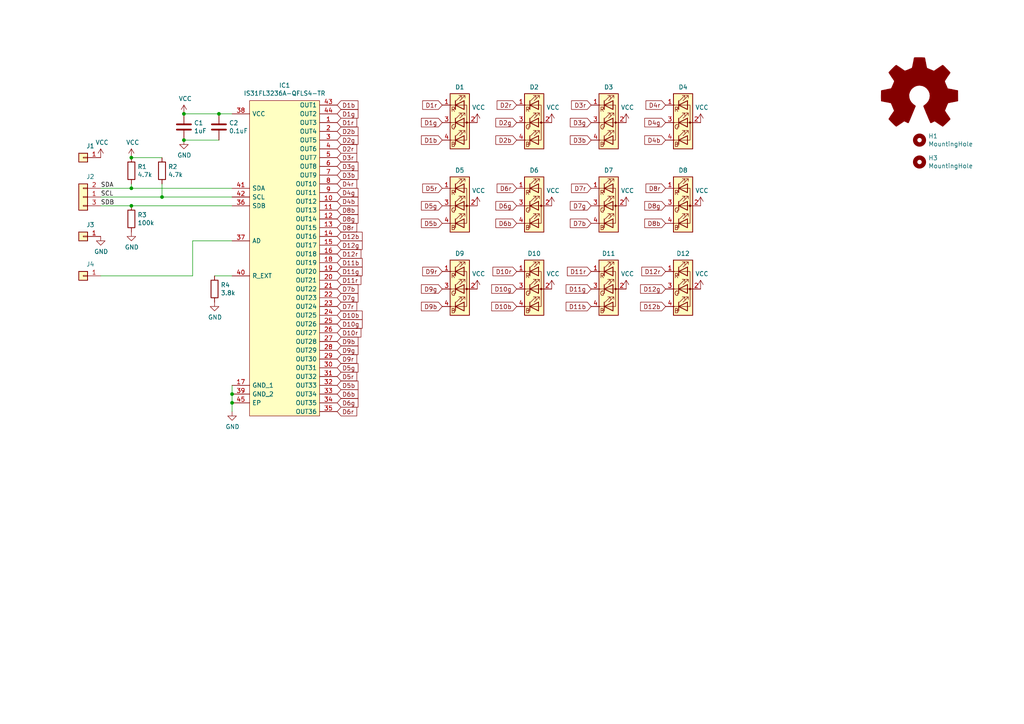
<source format=kicad_sch>
(kicad_sch (version 20211123) (generator eeschema)
  (paper "A4")
  (lib_symbols
    (symbol "Connector_Generic:Conn_01x01" (pin_names (offset 1.016) hide)
      (property "Reference" "J" (at 0 2.54 0))
      (property "Value" "Conn_01x01" (at 0 -2.54 0))
      (symbol "Conn_01x01_1_1"
        (rectangle (start -1.27 0.127) (end 0 -0.127) (stroke (width 0.1524)))
        (rectangle (start -1.27 1.27) (end 1.27 -1.27) (stroke (width 0.254)) (fill (type background)))
        (pin passive line (at -5.08 0 0) (length 3.81) (name "Pin_1") (number "1"))
      )
    )
    (symbol "Device:C" (pin_numbers hide) (pin_names (offset 0.254))
      (property "Reference" "C" (at 0.635 2.54 0))
      (property "Value" "C" (at 0.635 -2.54 0))
      (symbol "C_0_1"
        (polyline (pts (xy -2.032 -0.762) (xy 2.032 -0.762)) (stroke (width 0.508)))
        (polyline (pts (xy -2.032 0.762) (xy 2.032 0.762)) (stroke (width 0.508)))
      )
      (symbol "C_1_1"
        (pin passive line (at 0 3.81 270) (length 2.794) (name "~") (number "1"))
        (pin passive line (at 0 -3.81 90) (length 2.794) (name "~") (number "2"))
      )
    )
    (symbol "Device:LED_RAGB" (pin_names (offset 0) hide)
      (property "Reference" "D" (at 0 9.398 0))
      (property "Value" "LED_RAGB" (at 0 -8.89 0))
      (symbol "LED_RAGB_0_0"
        (text "B" (at -1.905 -6.35 0) (effects (font (size 1.27 1.27))))
        (text "G" (at -1.905 -1.27 0) (effects (font (size 1.27 1.27))))
        (text "R" (at -1.905 3.81 0) (effects (font (size 1.27 1.27))))
      )
      (symbol "LED_RAGB_0_1"
        (polyline (pts (xy -1.27 -5.08) (xy -2.54 -5.08)))
        (polyline (pts (xy -1.27 -5.08) (xy 1.27 -5.08)))
        (polyline (pts (xy -1.27 -3.81) (xy -1.27 -6.35)) (stroke (width 0.254)))
        (polyline (pts (xy -1.27 0) (xy -2.54 0)))
        (polyline (pts (xy -1.27 1.27) (xy -1.27 -1.27)) (stroke (width 0.254)))
        (polyline (pts (xy -1.27 5.08) (xy -2.54 5.08)))
        (polyline (pts (xy -1.27 5.08) (xy 1.27 5.08)))
        (polyline (pts (xy -1.27 6.35) (xy -1.27 3.81)) (stroke (width 0.254)))
        (polyline (pts (xy 1.27 0) (xy -1.27 0)))
        (polyline (pts (xy 1.27 0) (xy 2.54 0)))
        (polyline (pts (xy -1.27 1.27) (xy -1.27 -1.27) (xy -1.27 -1.27)))
        (polyline (pts (xy -1.27 6.35) (xy -1.27 3.81) (xy -1.27 3.81)))
        (polyline (pts (xy 1.27 -5.08) (xy 2.032 -5.08) (xy 2.032 5.08) (xy 1.27 5.08)))
        (polyline (pts (xy 1.27 -3.81) (xy 1.27 -6.35) (xy -1.27 -5.08) (xy 1.27 -3.81)) (stroke (width 0.254)))
        (polyline (pts (xy 1.27 1.27) (xy 1.27 -1.27) (xy -1.27 0) (xy 1.27 1.27)) (stroke (width 0.254)))
        (polyline (pts (xy 1.27 6.35) (xy 1.27 3.81) (xy -1.27 5.08) (xy 1.27 6.35)) (stroke (width 0.254)))
        (polyline (pts (xy -1.016 -3.81) (xy 0.508 -2.286) (xy -0.254 -2.286) (xy 0.508 -2.286) (xy 0.508 -3.048)))
        (polyline (pts (xy -1.016 1.27) (xy 0.508 2.794) (xy -0.254 2.794) (xy 0.508 2.794) (xy 0.508 2.032)))
        (polyline (pts (xy -1.016 6.35) (xy 0.508 7.874) (xy -0.254 7.874) (xy 0.508 7.874) (xy 0.508 7.112)))
        (polyline (pts (xy 0 -3.81) (xy 1.524 -2.286) (xy 0.762 -2.286) (xy 1.524 -2.286) (xy 1.524 -3.048)))
        (polyline (pts (xy 0 1.27) (xy 1.524 2.794) (xy 0.762 2.794) (xy 1.524 2.794) (xy 1.524 2.032)))
        (polyline (pts (xy 0 6.35) (xy 1.524 7.874) (xy 0.762 7.874) (xy 1.524 7.874) (xy 1.524 7.112)))
        (rectangle (start 1.27 -1.27) (end 1.27 1.27))
        (rectangle (start 1.27 1.27) (end 1.27 1.27))
        (rectangle (start 1.27 3.81) (end 1.27 6.35))
        (rectangle (start 1.27 6.35) (end 1.27 6.35))
        (circle (center 2.032 0) (radius 0.254) (fill (type outline)))
        (rectangle (start 2.794 8.382) (end -2.794 -7.62) (stroke (width 0.254)) (fill (type background)))
      )
      (symbol "LED_RAGB_1_1"
        (pin passive line (at -5.08 5.08 0) (length 2.54) (name "RK") (number "1"))
        (pin passive line (at 5.08 0 180) (length 2.54) (name "A") (number "2"))
        (pin passive line (at -5.08 0 0) (length 2.54) (name "GK") (number "3"))
        (pin passive line (at -5.08 -5.08 0) (length 2.54) (name "BK") (number "4"))
      )
    )
    (symbol "Device:R" (pin_numbers hide) (pin_names (offset 0))
      (property "Reference" "R" (at 2.032 0 90))
      (property "Value" "R" (at 0 0 90))
      (symbol "R_0_1"
        (rectangle (start -1.016 -2.54) (end 1.016 2.54) (stroke (width 0.254)))
      )
      (symbol "R_1_1"
        (pin passive line (at 0 3.81 270) (length 1.27) (name "~") (number "1"))
        (pin passive line (at 0 -3.81 90) (length 1.27) (name "~") (number "2"))
      )
    )
    (symbol "Graphic:Logo_Open_Hardware_Large" (pin_names (offset 1.016))
      (symbol "Logo_Open_Hardware_Large_1_1"
        (polyline (pts (xy 6.731 -8.7122) (xy 6.6294 -8.6614) (xy 6.35 -8.4836) (xy 5.9944 -8.255) (xy 5.5372 -7.9502) (xy 5.1054 -7.6454) (xy 4.7498 -7.4168) (xy 4.4958 -7.239) (xy 4.3942 -7.1882) (xy 4.318 -7.2136) (xy 4.1148 -7.3152) (xy 3.81 -7.4676) (xy 3.6322 -7.5692) (xy 3.3528 -7.6708) (xy 3.2258 -7.6962) (xy 3.2004 -7.6708) (xy 3.0988 -7.4676) (xy 2.9464 -7.0866) (xy 2.7178 -6.604) (xy 2.4892 -6.0452) (xy 2.2352 -5.4356) (xy 1.9558 -4.826) (xy 1.7272 -4.2164) (xy 1.4986 -3.683) (xy 1.3208 -3.2512) (xy 1.2192 -2.9464) (xy 1.1684 -2.8194) (xy 1.1938 -2.794) (xy 1.3208 -2.667) (xy 1.5748 -2.4892) (xy 2.0828 -2.0574) (xy 2.6162 -1.397) (xy 2.921 -0.6604) (xy 3.048 0.1524) (xy 2.9464 0.9144) (xy 2.6416 1.6256) (xy 2.1336 2.286) (xy 1.524 2.7686) (xy 0.8128 3.0734) (xy 0 3.175) (xy -0.762 3.0988) (xy -1.4986 2.794) (xy -2.159 2.286) (xy -2.4384 1.9812) (xy -2.8194 1.3208) (xy -3.048 0.6096) (xy -3.0734 0.4318) (xy -3.0226 -0.3556) (xy -2.794 -1.0922) (xy -2.3876 -1.7526) (xy -1.8288 -2.3114) (xy -1.7526 -2.3622) (xy -1.4732 -2.5654) (xy -1.2954 -2.6924) (xy -1.1684 -2.8194) (xy -2.159 -5.207) (xy -2.3114 -5.588) (xy -2.5908 -6.2484) (xy -2.8194 -6.8072) (xy -3.0226 -7.2644) (xy -3.1496 -7.5692) (xy -3.2258 -7.6708) (xy -3.2258 -7.6962) (xy -3.302 -7.6962) (xy -3.4798 -7.6454) (xy -3.8354 -7.4676) (xy -4.0386 -7.366) (xy -4.2926 -7.239) (xy -4.4196 -7.1882) (xy -4.5212 -7.239) (xy -4.7498 -7.3914) (xy -5.1054 -7.6454) (xy -5.5372 -7.9248) (xy -5.9436 -8.2042) (xy -6.3246 -8.4582) (xy -6.604 -8.636) (xy -6.731 -8.7122) (xy -6.7564 -8.7122) (xy -6.858 -8.636) (xy -7.0866 -8.4582) (xy -7.4168 -8.1534) (xy -7.874 -7.6962) (xy -7.9502 -7.62) (xy -8.3312 -7.239) (xy -8.636 -6.9088) (xy -8.8392 -6.6802) (xy -8.9154 -6.5786) (xy -8.9154 -6.5786) (xy -8.8392 -6.4516) (xy -8.6614 -6.1722) (xy -8.4328 -5.7912) (xy -8.128 -5.3594) (xy -7.3152 -4.191) (xy -7.7724 -3.0988) (xy -7.8994 -2.7686) (xy -8.0772 -2.3622) (xy -8.2042 -2.0828) (xy -8.255 -1.9558) (xy -8.382 -1.905) (xy -8.6614 -1.8542) (xy -9.0932 -1.7526) (xy -9.6266 -1.651) (xy -10.1092 -1.5748) (xy -10.541 -1.4732) (xy -10.8712 -1.4224) (xy -11.0236 -1.397) (xy -11.049 -1.3716) (xy -11.0744 -1.2954) (xy -11.0998 -1.143) (xy -11.0998 -0.889) (xy -11.1252 -0.4572) (xy -11.1252 0.1524) (xy -11.1252 0.2286) (xy -11.0998 0.8128) (xy -11.0998 1.27) (xy -11.0744 1.5494) (xy -11.0744 1.6764) (xy -11.0744 1.6764) (xy -10.922 1.7018) (xy -10.6172 1.778) (xy -10.16 1.8542) (xy -9.652 1.9558) (xy -9.6012 1.9812) (xy -9.0932 2.0828) (xy -8.636 2.159) (xy -8.3312 2.2352) (xy -8.2042 2.286) (xy -8.1788 2.3114) (xy -8.0772 2.5146) (xy -7.9248 2.8448) (xy -7.747 3.2512) (xy -7.5692 3.6576) (xy -7.4168 4.0386) (xy -7.3152 4.318) (xy -7.2898 4.445) (xy -7.2898 4.445) (xy -7.366 4.572) (xy -7.5438 4.826) (xy -7.7978 5.207) (xy -8.128 5.6642) (xy -8.128 5.6896) (xy -8.4328 6.1468) (xy -8.6868 6.5278) (xy -8.8392 6.7818) (xy -8.9154 6.9088) (xy -8.9154 6.9088) (xy -8.8138 7.0358) (xy -8.5852 7.2898) (xy -8.255 7.6454) (xy -7.874 8.0264) (xy -7.747 8.1534) (xy -7.3152 8.5852) (xy -7.0104 8.8646) (xy -6.8326 8.9916) (xy -6.731 9.0424) (xy -6.731 9.0424) (xy -6.604 8.9408) (xy -6.3246 8.763) (xy -5.9436 8.509) (xy -5.4864 8.2042) (xy -5.461 8.1788) (xy -5.0038 7.874) (xy -4.6482 7.62) (xy -4.3688 7.4422) (xy -4.2672 7.3914) (xy -4.2418 7.3914) (xy -4.064 7.4422) (xy -3.7338 7.5438) (xy -3.3528 7.6962) (xy -2.9464 7.874) (xy -2.5654 8.0264) (xy -2.286 8.1534) (xy -2.159 8.2296) (xy -2.159 8.2296) (xy -2.1082 8.382) (xy -2.032 8.7122) (xy -1.9304 9.1694) (xy -1.8288 9.7282) (xy -1.8034 9.8044) (xy -1.7018 10.3378) (xy -1.6256 10.7696) (xy -1.5748 11.0744) (xy -1.524 11.2014) (xy -1.4478 11.2268) (xy -1.1938 11.2522) (xy -0.8128 11.2522) (xy -0.3302 11.2522) (xy 0.1524 11.2522) (xy 0.6604 11.2522) (xy 1.0668 11.2268) (xy 1.3716 11.2014) (xy 1.4986 11.176) (xy 1.4986 11.176) (xy 1.5494 11.0236) (xy 1.6256 10.6934) (xy 1.7018 10.2108) (xy 1.8288 9.6774) (xy 1.8288 9.5758) (xy 1.9304 9.0424) (xy 2.032 8.6106) (xy 2.0828 8.3058) (xy 2.1336 8.2042) (xy 2.159 8.1788) (xy 2.3876 8.0772) (xy 2.7432 7.9248) (xy 3.175 7.747) (xy 4.191 7.3406) (xy 5.461 8.2042) (xy 5.5626 8.2804) (xy 6.0198 8.5852) (xy 6.3754 8.8392) (xy 6.6294 8.9916) (xy 6.7564 9.0424) (xy 6.7564 9.0424) (xy 6.8834 8.9408) (xy 7.1374 8.7122) (xy 7.4676 8.382) (xy 7.8486 7.9756) (xy 8.1534 7.6962) (xy 8.4836 7.3406) (xy 8.7122 7.112) (xy 8.8392 6.9596) (xy 8.8646 6.858) (xy 8.8646 6.8072) (xy 8.7884 6.6802) (xy 8.6106 6.4008) (xy 8.3312 6.0198) (xy 8.0264 5.588) (xy 7.7978 5.207) (xy 7.5184 4.8006) (xy 7.3406 4.4958) (xy 7.2898 4.3434) (xy 7.2898 4.2926) (xy 7.3914 4.0386) (xy 7.5184 3.683) (xy 7.7216 3.2258) (xy 8.1534 2.2352) (xy 8.7884 2.1082) (xy 9.1948 2.0574) (xy 9.7536 1.9304) (xy 10.2616 1.8288) (xy 11.0998 1.6764) (xy 11.1252 -1.3208) (xy 10.9982 -1.3716) (xy 10.8712 -1.397) (xy 10.5664 -1.4732) (xy 10.1346 -1.5494) (xy 9.6266 -1.651) (xy 9.1948 -1.7272) (xy 8.7376 -1.8288) (xy 8.4328 -1.8796) (xy 8.2804 -1.905) (xy 8.255 -1.9558) (xy 8.1534 -2.159) (xy 7.9756 -2.5146) (xy 7.8232 -2.921) (xy 7.6454 -3.3274) (xy 7.493 -3.7338) (xy 7.366 -4.0132) (xy 7.3406 -4.191) (xy 7.3914 -4.2926) (xy 7.5692 -4.5466) (xy 7.7978 -4.9276) (xy 8.1026 -5.3594) (xy 8.4074 -5.7912) (xy 8.6614 -6.1722) (xy 8.8138 -6.4262) (xy 8.89 -6.5532) (xy 8.8646 -6.6548) (xy 8.6868 -6.858) (xy 8.3566 -7.1882) (xy 7.874 -7.6708) (xy 7.7978 -7.747) (xy 7.3914 -8.128) (xy 7.0612 -8.4328) (xy 6.8326 -8.636) (xy 6.731 -8.7122)) (fill (type outline)))
      )
    )
    (symbol "IS31FL3236A-QFLS4-TR:IS31FL3236A-QFLS4-TR" (pin_names (offset 0.762))
      (property "Reference" "IC" (at 26.67 7.62 0))
      (property "Value" "IS31FL3236A-QFLS4-TR" (at 26.67 5.08 0))
      (symbol "IS31FL3236A-QFLS4-TR_1_1"
        (rectangle (start 5.08 2.54) (end 25.4 -88.9) (stroke (width 0.1524)) (fill (type background)))
        (pin passive line (at 30.48 -3.81 180) (length 5.08) (name "OUT3") (number "1"))
        (pin passive line (at 30.48 -26.67 180) (length 5.08) (name "OUT12") (number "10"))
        (pin passive line (at 30.48 -29.21 180) (length 5.08) (name "OUT13") (number "11"))
        (pin passive line (at 30.48 -31.75 180) (length 5.08) (name "OUT14") (number "12"))
        (pin passive line (at 30.48 -34.29 180) (length 5.08) (name "OUT15") (number "13"))
        (pin passive line (at 30.48 -36.83 180) (length 5.08) (name "OUT16") (number "14"))
        (pin passive line (at 30.48 -39.37 180) (length 5.08) (name "OUT17") (number "15"))
        (pin passive line (at 30.48 -41.91 180) (length 5.08) (name "OUT18") (number "16"))
        (pin passive line (at 0 -80.01 0) (length 5.08) (name "GND_1") (number "17"))
        (pin passive line (at 30.48 -44.45 180) (length 5.08) (name "OUT19") (number "18"))
        (pin passive line (at 30.48 -46.99 180) (length 5.08) (name "OUT20") (number "19"))
        (pin passive line (at 30.48 -6.35 180) (length 5.08) (name "OUT4") (number "2"))
        (pin passive line (at 30.48 -49.53 180) (length 5.08) (name "OUT21") (number "20"))
        (pin passive line (at 30.48 -52.07 180) (length 5.08) (name "OUT22") (number "21"))
        (pin passive line (at 30.48 -54.61 180) (length 5.08) (name "OUT23") (number "22"))
        (pin passive line (at 30.48 -57.15 180) (length 5.08) (name "OUT24") (number "23"))
        (pin passive line (at 30.48 -59.69 180) (length 5.08) (name "OUT25") (number "24"))
        (pin passive line (at 30.48 -62.23 180) (length 5.08) (name "OUT26") (number "25"))
        (pin passive line (at 30.48 -64.77 180) (length 5.08) (name "OUT27") (number "26"))
        (pin passive line (at 30.48 -67.31 180) (length 5.08) (name "OUT28") (number "27"))
        (pin passive line (at 30.48 -69.85 180) (length 5.08) (name "OUT29") (number "28"))
        (pin passive line (at 30.48 -72.39 180) (length 5.08) (name "OUT30") (number "29"))
        (pin passive line (at 30.48 -8.89 180) (length 5.08) (name "OUT5") (number "3"))
        (pin passive line (at 30.48 -74.93 180) (length 5.08) (name "OUT31") (number "30"))
        (pin passive line (at 30.48 -77.47 180) (length 5.08) (name "OUT32") (number "31"))
        (pin passive line (at 30.48 -80.01 180) (length 5.08) (name "OUT33") (number "32"))
        (pin passive line (at 30.48 -82.55 180) (length 5.08) (name "OUT34") (number "33"))
        (pin passive line (at 30.48 -85.09 180) (length 5.08) (name "OUT35") (number "34"))
        (pin passive line (at 30.48 -87.63 180) (length 5.08) (name "OUT36") (number "35"))
        (pin passive line (at 0 -27.94 0) (length 5.08) (name "SDB") (number "36"))
        (pin passive line (at 0 -38.1 0) (length 5.08) (name "AD") (number "37"))
        (pin passive line (at 0 -1.27 0) (length 5.08) (name "VCC") (number "38"))
        (pin passive line (at 0 -82.55 0) (length 5.08) (name "GND_2") (number "39"))
        (pin passive line (at 30.48 -11.43 180) (length 5.08) (name "OUT6") (number "4"))
        (pin passive line (at 0 -48.26 0) (length 5.08) (name "R_EXT") (number "40"))
        (pin passive line (at 0 -22.86 0) (length 5.08) (name "SDA") (number "41"))
        (pin passive line (at 0 -25.4 0) (length 5.08) (name "SCL") (number "42"))
        (pin passive line (at 30.48 1.27 180) (length 5.08) (name "OUT1") (number "43"))
        (pin passive line (at 30.48 -1.27 180) (length 5.08) (name "OUT2") (number "44"))
        (pin passive line (at 0 -85.09 0) (length 5.08) (name "EP") (number "45"))
        (pin passive line (at 30.48 -13.97 180) (length 5.08) (name "OUT7") (number "5"))
        (pin passive line (at 30.48 -16.51 180) (length 5.08) (name "OUT8") (number "6"))
        (pin passive line (at 30.48 -19.05 180) (length 5.08) (name "OUT9") (number "7"))
        (pin passive line (at 30.48 -21.59 180) (length 5.08) (name "OUT10") (number "8"))
        (pin passive line (at 30.48 -24.13 180) (length 5.08) (name "OUT11") (number "9"))
      )
    )
    (symbol "Mechanical:MountingHole" (pin_names (offset 1.016))
      (property "Reference" "H" (at 0 5.08 0))
      (property "Value" "MountingHole" (at 0 3.175 0))
      (symbol "MountingHole_0_1"
        (circle (center 0 0) (radius 1.27) (stroke (width 1.27)))
      )
    )
    (symbol "connector:01x03_312" (pin_names (offset 1.016))
      (property "Reference" "J" (at 0 0 0))
      (symbol "01x03_312_0_1"
        (rectangle (start -1.27 -1.27) (end 1.27 -8.89) (stroke (width 0.254)) (fill (type background)))
      )
      (symbol "01x03_312_1_1"
        (rectangle (start -1.27 -7.493) (end 0 -7.747) (stroke (width 0.1524)))
        (rectangle (start -1.27 -4.953) (end 0 -5.207) (stroke (width 0.1524)))
        (rectangle (start -1.27 -2.413) (end 0 -2.667) (stroke (width 0.1524)))
        (pin passive line (at -5.08 -5.08 0) (length 3.81) (name "~") (number "1"))
        (pin passive line (at -5.08 -2.54 0) (length 3.81) (name "~") (number "2"))
        (pin passive line (at -5.08 -7.62 0) (length 3.81) (name "~") (number "3"))
      )
    )
    (symbol "power:GND" (power) (pin_names (offset 0))
      (property "Value" "GND" (at 0 -3.81 0))
      (symbol "GND_0_1"
        (polyline (pts (xy 0 0) (xy 0 -1.27) (xy 1.27 -1.27) (xy 0 -2.54) (xy -1.27 -1.27) (xy 0 -1.27)))
      )
      (symbol "GND_1_1"
        (pin power_in line (at 0 0 270) (length 0) hide (name "GND") (number "1"))
      )
    )
    (symbol "power:VCC" (power) (pin_names (offset 0))
      (property "Value" "VCC" (at 0 3.81 0))
      (symbol "VCC_0_1"
        (polyline (pts (xy -0.762 1.27) (xy 0 2.54)))
        (polyline (pts (xy 0 0) (xy 0 2.54)))
        (polyline (pts (xy 0 2.54) (xy 0.762 1.27)))
      )
      (symbol "VCC_1_1"
        (pin power_in line (at 0 0 90) (length 0) hide (name "VCC") (number "1"))
      )
    )
  )
  (junction (at 53.34 33.02))
  (junction (at 38.1 59.69))
  (junction (at 53.34 40.64))
  (junction (at 63.5 33.02))
  (junction (at 38.1 45.72))
  (junction (at 67.31 116.84))
  (junction (at 38.1 54.61))
  (junction (at 46.99 57.15))
  (junction (at 67.31 114.3))
  (wire (pts (xy 46.99 57.15) (xy 67.31 57.15)))
  (wire (pts (xy 29.21 54.61) (xy 38.1 54.61)))
  (wire (pts (xy 67.31 116.84) (xy 67.31 119.38)))
  (wire (pts (xy 67.31 33.02) (xy 63.5 33.02)))
  (wire (pts (xy 38.1 59.69) (xy 67.31 59.69)))
  (wire (pts (xy 67.31 116.84) (xy 67.31 114.3)))
  (wire (pts (xy 46.99 45.72) (xy 38.1 45.72)))
  (wire (pts (xy 55.88 80.01) (xy 55.88 69.85)))
  (wire (pts (xy 55.88 69.85) (xy 67.31 69.85)))
  (wire (pts (xy 38.1 54.61) (xy 67.31 54.61)))
  (wire (pts (xy 29.21 59.69) (xy 38.1 59.69)))
  (wire (pts (xy 29.21 80.01) (xy 55.88 80.01)))
  (wire (pts (xy 38.1 53.34) (xy 38.1 54.61)))
  (wire (pts (xy 63.5 40.64) (xy 53.34 40.64)))
  (wire (pts (xy 46.99 53.34) (xy 46.99 57.15)))
  (wire (pts (xy 67.31 80.01) (xy 62.23 80.01)))
  (wire (pts (xy 53.34 33.02) (xy 63.5 33.02)))
  (wire (pts (xy 67.31 114.3) (xy 67.31 111.76)))
  (wire (pts (xy 29.21 57.15) (xy 46.99 57.15)))
  (label "SCL" (at 29.21 57.15 0))
  (label "SDB" (at 29.21 59.69 0))
  (label "SDA" (at 29.21 54.61 0))
  (global_label "D3b" (shape input) (at 171.45 40.64 180) (property "Intersheet References" "${INTERSHEET_REFS}" (effects hide)))
  (global_label "D4b" (shape input) (at 193.04 40.64 180) (property "Intersheet References" "${INTERSHEET_REFS}" (effects hide)))
  (global_label "D11b" (shape input) (at 97.79 76.2 0) (property "Intersheet References" "${INTERSHEET_REFS}" (effects hide)))
  (global_label "D5b" (shape input) (at 97.79 111.76 0) (property "Intersheet References" "${INTERSHEET_REFS}" (effects hide)))
  (global_label "D12b" (shape input) (at 193.04 88.9 180) (property "Intersheet References" "${INTERSHEET_REFS}" (effects hide)))
  (global_label "D12g" (shape input) (at 193.04 83.82 180) (property "Intersheet References" "${INTERSHEET_REFS}" (effects hide)))
  (global_label "D10g" (shape input) (at 97.79 93.98 0) (property "Intersheet References" "${INTERSHEET_REFS}" (effects hide)))
  (global_label "D11g" (shape input) (at 97.79 78.74 0) (property "Intersheet References" "${INTERSHEET_REFS}" (effects hide)))
  (global_label "D3g" (shape input) (at 97.79 48.26 0) (property "Intersheet References" "${INTERSHEET_REFS}" (effects hide)))
  (global_label "D7g" (shape input) (at 171.45 59.69 180) (property "Intersheet References" "${INTERSHEET_REFS}" (effects hide)))
  (global_label "D9g" (shape input) (at 97.79 101.6 0) (property "Intersheet References" "${INTERSHEET_REFS}" (effects hide)))
  (global_label "D3r" (shape input) (at 171.45 30.48 180) (property "Intersheet References" "${INTERSHEET_REFS}" (effects hide)))
  (global_label "D10g" (shape input) (at 149.86 83.82 180) (property "Intersheet References" "${INTERSHEET_REFS}" (effects hide)))
  (global_label "D2g" (shape input) (at 149.86 35.56 180) (property "Intersheet References" "${INTERSHEET_REFS}" (effects hide)))
  (global_label "D11r" (shape input) (at 171.45 78.74 180) (property "Intersheet References" "${INTERSHEET_REFS}" (effects hide)))
  (global_label "D11b" (shape input) (at 171.45 88.9 180) (property "Intersheet References" "${INTERSHEET_REFS}" (effects hide)))
  (global_label "D5r" (shape input) (at 128.27 54.61 180) (property "Intersheet References" "${INTERSHEET_REFS}" (effects hide)))
  (global_label "D6r" (shape input) (at 149.86 54.61 180) (property "Intersheet References" "${INTERSHEET_REFS}" (effects hide)))
  (global_label "D2r" (shape input) (at 97.79 43.18 0) (property "Intersheet References" "${INTERSHEET_REFS}" (effects hide)))
  (global_label "D4r" (shape input) (at 97.79 53.34 0) (property "Intersheet References" "${INTERSHEET_REFS}" (effects hide)))
  (global_label "D5g" (shape input) (at 97.79 106.68 0) (property "Intersheet References" "${INTERSHEET_REFS}" (effects hide)))
  (global_label "D7g" (shape input) (at 97.79 86.36 0) (property "Intersheet References" "${INTERSHEET_REFS}" (effects hide)))
  (global_label "D7b" (shape input) (at 97.79 83.82 0) (property "Intersheet References" "${INTERSHEET_REFS}" (effects hide)))
  (global_label "D8r" (shape input) (at 193.04 54.61 180) (property "Intersheet References" "${INTERSHEET_REFS}" (effects hide)))
  (global_label "D1g" (shape input) (at 97.79 33.02 0) (property "Intersheet References" "${INTERSHEET_REFS}" (effects hide)))
  (global_label "D5b" (shape input) (at 128.27 64.77 180) (property "Intersheet References" "${INTERSHEET_REFS}" (effects hide)))
  (global_label "D6b" (shape input) (at 149.86 64.77 180) (property "Intersheet References" "${INTERSHEET_REFS}" (effects hide)))
  (global_label "D1b" (shape input) (at 128.27 40.64 180) (property "Intersheet References" "${INTERSHEET_REFS}" (effects hide)))
  (global_label "D4r" (shape input) (at 193.04 30.48 180) (property "Intersheet References" "${INTERSHEET_REFS}" (effects hide)))
  (global_label "D7b" (shape input) (at 171.45 64.77 180) (property "Intersheet References" "${INTERSHEET_REFS}" (effects hide)))
  (global_label "D1r" (shape input) (at 128.27 30.48 180) (property "Intersheet References" "${INTERSHEET_REFS}" (effects hide)))
  (global_label "D8b" (shape input) (at 97.79 60.96 0) (property "Intersheet References" "${INTERSHEET_REFS}" (effects hide)))
  (global_label "D11g" (shape input) (at 171.45 83.82 180) (property "Intersheet References" "${INTERSHEET_REFS}" (effects hide)))
  (global_label "D3r" (shape input) (at 97.79 45.72 0) (property "Intersheet References" "${INTERSHEET_REFS}" (effects hide)))
  (global_label "D6r" (shape input) (at 97.79 119.38 0) (property "Intersheet References" "${INTERSHEET_REFS}" (effects hide)))
  (global_label "D6g" (shape input) (at 149.86 59.69 180) (property "Intersheet References" "${INTERSHEET_REFS}" (effects hide)))
  (global_label "D9r" (shape input) (at 128.27 78.74 180) (property "Intersheet References" "${INTERSHEET_REFS}" (effects hide)))
  (global_label "D10r" (shape input) (at 97.79 96.52 0) (property "Intersheet References" "${INTERSHEET_REFS}" (effects hide)))
  (global_label "D9g" (shape input) (at 128.27 83.82 180) (property "Intersheet References" "${INTERSHEET_REFS}" (effects hide)))
  (global_label "D3g" (shape input) (at 171.45 35.56 180) (property "Intersheet References" "${INTERSHEET_REFS}" (effects hide)))
  (global_label "D7r" (shape input) (at 97.79 88.9 0) (property "Intersheet References" "${INTERSHEET_REFS}" (effects hide)))
  (global_label "D11r" (shape input) (at 97.79 81.28 0) (property "Intersheet References" "${INTERSHEET_REFS}" (effects hide)))
  (global_label "D12b" (shape input) (at 97.79 68.58 0) (property "Intersheet References" "${INTERSHEET_REFS}" (effects hide)))
  (global_label "D12g" (shape input) (at 97.79 71.12 0) (property "Intersheet References" "${INTERSHEET_REFS}" (effects hide)))
  (global_label "D8r" (shape input) (at 97.79 66.04 0) (property "Intersheet References" "${INTERSHEET_REFS}" (effects hide)))
  (global_label "D7r" (shape input) (at 171.45 54.61 180) (property "Intersheet References" "${INTERSHEET_REFS}" (effects hide)))
  (global_label "D10r" (shape input) (at 149.86 78.74 180) (property "Intersheet References" "${INTERSHEET_REFS}" (effects hide)))
  (global_label "D1b" (shape input) (at 97.79 30.48 0) (property "Intersheet References" "${INTERSHEET_REFS}" (effects hide)))
  (global_label "D9r" (shape input) (at 97.79 104.14 0) (property "Intersheet References" "${INTERSHEET_REFS}" (effects hide)))
  (global_label "D8g" (shape input) (at 193.04 59.69 180) (property "Intersheet References" "${INTERSHEET_REFS}" (effects hide)))
  (global_label "D1r" (shape input) (at 97.79 35.56 0) (property "Intersheet References" "${INTERSHEET_REFS}" (effects hide)))
  (global_label "D4g" (shape input) (at 193.04 35.56 180) (property "Intersheet References" "${INTERSHEET_REFS}" (effects hide)))
  (global_label "D6g" (shape input) (at 97.79 116.84 0) (property "Intersheet References" "${INTERSHEET_REFS}" (effects hide)))
  (global_label "D10b" (shape input) (at 97.79 91.44 0) (property "Intersheet References" "${INTERSHEET_REFS}" (effects hide)))
  (global_label "D1g" (shape input) (at 128.27 35.56 180) (property "Intersheet References" "${INTERSHEET_REFS}" (effects hide)))
  (global_label "D12r" (shape input) (at 97.79 73.66 0) (property "Intersheet References" "${INTERSHEET_REFS}" (effects hide)))
  (global_label "D10b" (shape input) (at 149.86 88.9 180) (property "Intersheet References" "${INTERSHEET_REFS}" (effects hide)))
  (global_label "D6b" (shape input) (at 97.79 114.3 0) (property "Intersheet References" "${INTERSHEET_REFS}" (effects hide)))
  (global_label "D9b" (shape input) (at 128.27 88.9 180) (property "Intersheet References" "${INTERSHEET_REFS}" (effects hide)))
  (global_label "D8b" (shape input) (at 193.04 64.77 180) (property "Intersheet References" "${INTERSHEET_REFS}" (effects hide)))
  (global_label "D2r" (shape input) (at 149.86 30.48 180) (property "Intersheet References" "${INTERSHEET_REFS}" (effects hide)))
  (global_label "D4g" (shape input) (at 97.79 55.88 0) (property "Intersheet References" "${INTERSHEET_REFS}" (effects hide)))
  (global_label "D2b" (shape input) (at 97.79 38.1 0) (property "Intersheet References" "${INTERSHEET_REFS}" (effects hide)))
  (global_label "D5r" (shape input) (at 97.79 109.22 0) (property "Intersheet References" "${INTERSHEET_REFS}" (effects hide)))
  (global_label "D5g" (shape input) (at 128.27 59.69 180) (property "Intersheet References" "${INTERSHEET_REFS}" (effects hide)))
  (global_label "D4b" (shape input) (at 97.79 58.42 0) (property "Intersheet References" "${INTERSHEET_REFS}" (effects hide)))
  (global_label "D8g" (shape input) (at 97.79 63.5 0) (property "Intersheet References" "${INTERSHEET_REFS}" (effects hide)))
  (global_label "D2g" (shape input) (at 97.79 40.64 0) (property "Intersheet References" "${INTERSHEET_REFS}" (effects hide)))
  (global_label "D2b" (shape input) (at 149.86 40.64 180) (property "Intersheet References" "${INTERSHEET_REFS}" (effects hide)))
  (global_label "D3b" (shape input) (at 97.79 50.8 0) (property "Intersheet References" "${INTERSHEET_REFS}" (effects hide)))
  (global_label "D9b" (shape input) (at 97.79 99.06 0) (property "Intersheet References" "${INTERSHEET_REFS}" (effects hide)))
  (global_label "D12r" (shape input) (at 193.04 78.74 180) (property "Intersheet References" "${INTERSHEET_REFS}" (effects hide)))
  (symbol (lib_id "Connector_Generic:Conn_01x01") (at 24.13 45.72 180) (unit 1)
    (property "Reference" "J1" (at 26.2128 42.3418 0))
    (property "Value" "Conn_01x01" (effects hide))
    (property "Footprint" "Connector_PinHeader_2.54mm:PinHeader_1x01_P2.54mm_Vertical" (effects hide))
    (property "MouserNo" "na" (effects hide))
  )
  (symbol (lib_id "Connector_Generic:Conn_01x01") (at 24.13 68.58 180) (unit 1)
    (property "Reference" "J3" (at 26.2128 65.2018 0))
    (property "Value" "Conn_01x01" (effects hide))
    (property "Footprint" "Connector_PinHeader_2.54mm:PinHeader_1x01_P2.54mm_Vertical" (effects hide))
    (property "MouserNo" "na" (effects hide))
  )
  (symbol (lib_id "connector:01x03_312") (at 24.13 52.07 0) (mirror y) (unit 1)
    (property "Reference" "J2" (at 26.2128 51.2318 0))
    (property "Value" "01x03_312" (effects hide))
    (property "Footprint" "Connector_PinSocket_2.54mm:PinSocket_1x03_P2.54mm_Vertical" (effects hide))
    (property "MouserNo" "na" (effects hide))
  )
  (symbol (lib_id "Graphic:Logo_Open_Hardware_Large") (at 266.7 27.94 0) (unit 1)
    (property "Reference" "LOGO1" (effects hide))
    (property "Value" "Logo_Open_Hardware_Large" (effects hide))
    (property "Footprint" "Symbol:OSHW-Logo2_7.3x6mm_SilkScreen" (effects hide))
    (property "MouserNo" "na" (effects hide))
  )
  (symbol (lib_id "Mechanical:MountingHole") (at 266.7 40.64 0) (unit 1)
    (property "Reference" "H1" (at 269.24 39.4716 0) (effects (justify left)))
    (property "Value" "MountingHole" (at 269.24 41.783 0) (effects (justify left)))
    (property "Footprint" "smallmountinghole:#2-56" (effects hide))
    (property "Field4" " 144-010256P050 " (effects hide))
    (property "MouserNo" "na" (effects hide))
  )
  (symbol (lib_id "Mechanical:MountingHole") (at 266.7 46.99 0) (unit 1)
    (property "Reference" "H3" (at 269.24 45.8216 0) (effects (justify left)))
    (property "Value" "MountingHole" (at 269.24 48.133 0) (effects (justify left)))
    (property "Footprint" "smallmountinghole:#2-56" (effects hide))
    (property "MouserNo" "na" (effects hide))
  )
  (symbol (lib_id "Device:LED_RAGB") (at 133.35 35.56 0) (unit 1)
    (property "Reference" "D1" (at 133.35 25.273 0))
    (property "Value" "LED_RAGB" (effects hide))
    (property "Footprint" "IN-P32TATRGB:INP32TATRGB" (effects hide))
    (property "MouserNo" " 743-IN-P32TATRGB" (effects hide))
  )
  (symbol (lib_id "Device:C") (at 63.5 36.83 0) (unit 1)
    (property "Reference" "C2" (at 66.421 35.6616 0) (effects (justify left)))
    (property "Value" "0.1uF" (at 66.421 37.973 0) (effects (justify left)))
    (property "Footprint" "Capacitor_SMD:C_0603_1608Metric" (effects hide))
    (property "MouserNo" " 187-CL10B103KB8NNNC " (effects hide))
  )
  (symbol (lib_id "Device:C") (at 53.34 36.83 0) (unit 1)
    (property "Reference" "C1" (at 56.261 35.6616 0) (effects (justify left)))
    (property "Value" "1uF" (at 56.261 37.973 0) (effects (justify left)))
    (property "Footprint" "Capacitor_SMD:C_0603_1608Metric" (effects hide))
    (property "MouserNo" " 187-CL10B105KA8NNNC " (effects hide))
  )
  (symbol (lib_id "power:GND") (at 53.34 40.64 0) (unit 1)
    (property "Reference" "#PWR07" (effects hide))
    (property "Value" "GND" (at 53.467 45.0342 0))
  )
  (symbol (lib_id "Device:R") (at 46.99 49.53 0) (unit 1)
    (property "Reference" "R2" (at 48.768 48.3616 0) (effects (justify left)))
    (property "Value" "4.7k" (at 48.768 50.673 0) (effects (justify left)))
    (property "Footprint" "Resistor_SMD:R_0603_1608Metric" (effects hide))
    (property "MouserNo" " 755-ESR03EZPJ472 " (effects hide))
  )
  (symbol (lib_id "Device:R") (at 38.1 49.53 0) (unit 1)
    (property "Reference" "R1" (at 39.878 48.3616 0) (effects (justify left)))
    (property "Value" "4.7k" (at 39.878 50.673 0) (effects (justify left)))
    (property "Footprint" "Resistor_SMD:R_0603_1608Metric" (effects hide))
    (property "MouserNo" " 755-ESR03EZPJ472 " (effects hide))
  )
  (symbol (lib_id "Device:R") (at 38.1 63.5 0) (unit 1)
    (property "Reference" "R3" (at 39.878 62.3316 0) (effects (justify left)))
    (property "Value" "100k" (at 39.878 64.643 0) (effects (justify left)))
    (property "Footprint" "Resistor_SMD:R_0603_1608Metric" (effects hide))
    (property "MouserNo" " 755-ESR03EZPJ104 " (effects hide))
  )
  (symbol (lib_id "power:GND") (at 38.1 67.31 0) (unit 1)
    (property "Reference" "#PWR013" (effects hide))
    (property "Value" "GND" (at 38.227 71.7042 0))
  )
  (symbol (lib_id "power:VCC") (at 38.1 45.72 0) (unit 1)
    (property "Reference" "#PWR08" (effects hide))
    (property "Value" "VCC" (at 38.481 41.3258 0))
  )
  (symbol (lib_id "Device:R") (at 62.23 83.82 0) (unit 1)
    (property "Reference" "R4" (at 64.008 82.6516 0) (effects (justify left)))
    (property "Value" "3.8k" (at 64.008 84.963 0) (effects (justify left)))
    (property "Footprint" "Resistor_SMD:R_0603_1608Metric" (effects hide))
    (property "MouserNo" " 755-ESR03EZPJ392 " (effects hide))
  )
  (symbol (lib_id "power:GND") (at 62.23 87.63 0) (unit 1)
    (property "Reference" "#PWR019" (effects hide))
    (property "Value" "GND" (at 62.357 92.0242 0))
  )
  (symbol (lib_id "power:GND") (at 67.31 119.38 0) (unit 1)
    (property "Reference" "#PWR020" (effects hide))
    (property "Value" "GND" (at 67.437 123.7742 0))
  )
  (symbol (lib_id "Device:LED_RAGB") (at 154.94 35.56 0) (unit 1)
    (property "Reference" "D2" (at 154.94 25.273 0))
    (property "Value" "LED_RAGB" (effects hide))
    (property "Footprint" "IN-P32TATRGB:INP32TATRGB" (effects hide))
    (property "MouserNo" " 743-IN-P32TATRGB" (effects hide))
  )
  (symbol (lib_id "Device:LED_RAGB") (at 176.53 35.56 0) (unit 1)
    (property "Reference" "D3" (at 176.53 25.273 0))
    (property "Value" "LED_RAGB" (effects hide))
    (property "Footprint" "IN-P32TATRGB:INP32TATRGB" (effects hide))
    (property "MouserNo" " 743-IN-P32TATRGB" (effects hide))
  )
  (symbol (lib_id "Device:LED_RAGB") (at 198.12 35.56 0) (unit 1)
    (property "Reference" "D4" (at 198.12 25.273 0))
    (property "Value" "LED_RAGB" (effects hide))
    (property "Footprint" "IN-P32TATRGB:INP32TATRGB" (effects hide))
    (property "MouserNo" " 743-IN-P32TATRGB" (effects hide))
  )
  (symbol (lib_id "Device:LED_RAGB") (at 133.35 59.69 0) (unit 1)
    (property "Reference" "D5" (at 133.35 49.403 0))
    (property "Value" "LED_RAGB" (effects hide))
    (property "Footprint" "IN-P32TATRGB:INP32TATRGB" (effects hide))
    (property "MouserNo" " 743-IN-P32TATRGB" (effects hide))
  )
  (symbol (lib_id "Device:LED_RAGB") (at 154.94 59.69 0) (unit 1)
    (property "Reference" "D6" (at 154.94 49.403 0))
    (property "Value" "LED_RAGB" (effects hide))
    (property "Footprint" "IN-P32TATRGB:INP32TATRGB" (effects hide))
    (property "MouserNo" " 743-IN-P32TATRGB" (effects hide))
  )
  (symbol (lib_id "Device:LED_RAGB") (at 176.53 59.69 0) (unit 1)
    (property "Reference" "D7" (at 176.53 49.403 0))
    (property "Value" "LED_RAGB" (effects hide))
    (property "Footprint" "IN-P32TATRGB:INP32TATRGB" (effects hide))
    (property "MouserNo" " 743-IN-P32TATRGB" (effects hide))
  )
  (symbol (lib_id "Device:LED_RAGB") (at 198.12 59.69 0) (unit 1)
    (property "Reference" "D8" (at 198.12 49.403 0))
    (property "Value" "LED_RAGB" (effects hide))
    (property "Footprint" "IN-P32TATRGB:INP32TATRGB" (effects hide))
    (property "MouserNo" " 743-IN-P32TATRGB" (effects hide))
  )
  (symbol (lib_id "Device:LED_RAGB") (at 133.35 83.82 0) (unit 1)
    (property "Reference" "D9" (at 133.35 73.533 0))
    (property "Value" "LED_RAGB" (effects hide))
    (property "Footprint" "IN-P32TATRGB:INP32TATRGB" (effects hide))
    (property "MouserNo" " 743-IN-P32TATRGB" (effects hide))
  )
  (symbol (lib_id "Device:LED_RAGB") (at 154.94 83.82 0) (unit 1)
    (property "Reference" "D10" (at 154.94 73.533 0))
    (property "Value" "LED_RAGB" (effects hide))
    (property "Footprint" "IN-P32TATRGB:INP32TATRGB" (effects hide))
    (property "MouserNo" " 743-IN-P32TATRGB" (effects hide))
  )
  (symbol (lib_id "Device:LED_RAGB") (at 176.53 83.82 0) (unit 1)
    (property "Reference" "D11" (at 176.53 73.533 0))
    (property "Value" "LED_RAGB" (effects hide))
    (property "Footprint" "IN-P32TATRGB:INP32TATRGB" (effects hide))
    (property "MouserNo" " 743-IN-P32TATRGB" (effects hide))
  )
  (symbol (lib_id "Device:LED_RAGB") (at 198.12 83.82 0) (unit 1)
    (property "Reference" "D12" (at 198.12 73.533 0))
    (property "Value" "LED_RAGB" (effects hide))
    (property "Footprint" "IN-P32TATRGB:INP32TATRGB" (effects hide))
    (property "MouserNo" " 743-IN-P32TATRGB" (effects hide))
  )
  (symbol (lib_id "power:VCC") (at 138.43 35.56 0) (unit 1)
    (property "Reference" "#PWR03" (effects hide))
    (property "Value" "VCC" (at 138.811 31.1658 0))
  )
  (symbol (lib_id "power:VCC") (at 160.02 35.56 0) (unit 1)
    (property "Reference" "#PWR04" (effects hide))
    (property "Value" "VCC" (at 160.401 31.1658 0))
  )
  (symbol (lib_id "power:VCC") (at 181.61 35.56 0) (unit 1)
    (property "Reference" "#PWR05" (effects hide))
    (property "Value" "VCC" (at 181.991 31.1658 0))
  )
  (symbol (lib_id "power:VCC") (at 203.2 35.56 0) (unit 1)
    (property "Reference" "#PWR06" (effects hide))
    (property "Value" "VCC" (at 203.581 31.1658 0))
  )
  (symbol (lib_id "power:VCC") (at 203.2 59.69 0) (unit 1)
    (property "Reference" "#PWR012" (effects hide))
    (property "Value" "VCC" (at 203.581 55.2958 0))
  )
  (symbol (lib_id "power:VCC") (at 181.61 59.69 0) (unit 1)
    (property "Reference" "#PWR011" (effects hide))
    (property "Value" "VCC" (at 181.991 55.2958 0))
  )
  (symbol (lib_id "power:VCC") (at 160.02 59.69 0) (unit 1)
    (property "Reference" "#PWR010" (effects hide))
    (property "Value" "VCC" (at 160.401 55.2958 0))
  )
  (symbol (lib_id "power:VCC") (at 138.43 59.69 0) (unit 1)
    (property "Reference" "#PWR09" (effects hide))
    (property "Value" "VCC" (at 138.811 55.2958 0))
  )
  (symbol (lib_id "power:VCC") (at 138.43 83.82 0) (unit 1)
    (property "Reference" "#PWR015" (effects hide))
    (property "Value" "VCC" (at 138.811 79.4258 0))
  )
  (symbol (lib_id "power:VCC") (at 160.02 83.82 0) (unit 1)
    (property "Reference" "#PWR016" (effects hide))
    (property "Value" "VCC" (at 160.401 79.4258 0))
  )
  (symbol (lib_id "power:VCC") (at 181.61 83.82 0) (unit 1)
    (property "Reference" "#PWR017" (effects hide))
    (property "Value" "VCC" (at 181.991 79.4258 0))
  )
  (symbol (lib_id "power:VCC") (at 203.2 83.82 0) (unit 1)
    (property "Reference" "#PWR018" (effects hide))
    (property "Value" "VCC" (at 203.581 79.4258 0))
  )
  (symbol (lib_id "power:GND") (at 29.21 68.58 0) (unit 1)
    (property "Reference" "#PWR02" (effects hide))
    (property "Value" "GND" (at 29.337 72.9742 0))
  )
  (symbol (lib_id "power:VCC") (at 29.21 45.72 0) (unit 1)
    (property "Reference" "#PWR01" (effects hide))
    (property "Value" "VCC" (at 29.591 41.3258 0))
  )
  (symbol (lib_id "power:VCC") (at 53.34 33.02 0) (unit 1)
    (property "Reference" "#PWR0101" (effects hide))
    (property "Value" "VCC" (at 53.721 28.6258 0))
  )
  (symbol (lib_id "IS31FL3236A-QFLS4-TR:IS31FL3236A-QFLS4-TR") (at 67.31 31.75 0) (unit 1)
    (property "Reference" "IC1" (at 82.55 24.765 0))
    (property "Value" "IS31FL3236A-QFLS4-TR" (at 82.55 27.0764 0))
    (property "Footprint" "IS31FL3236A-QFLS4-TR:IS31FL3236AQFLS4TR" (effects hide))
    (property "Datasheet" "https://www.lumissil.com/assets/pdf/core/IS31FL3236A_DS.pdf" (effects hide))
    (property "MouserNo" " 870-IS31FL3236ATQLS4" (effects hide))
    (property "Description" "Constant Current LED Driver 3.3V/5V T/R" (effects hide))
    (property "Height" "0.8" (effects hide))
    (property "Manufacturer_Name" "Lumissil Microsystems" (effects hide))
    (property "Manufacturer_Part_Number" "IS31FL3236A-QFLS4-TR" (effects hide))
  )
  (symbol (lib_id "Connector_Generic:Conn_01x01") (at 24.13 80.01 180) (unit 1)
    (property "Reference" "J4" (at 26.2128 76.6318 0))
    (property "Value" "Conn_01x01" (effects hide))
    (property "Footprint" "Connector_PinHeader_2.54mm:PinHeader_1x01_P2.54mm_Vertical" (effects hide))
    (property "MouserNo" "na" (effects hide))
  )
)
</source>
